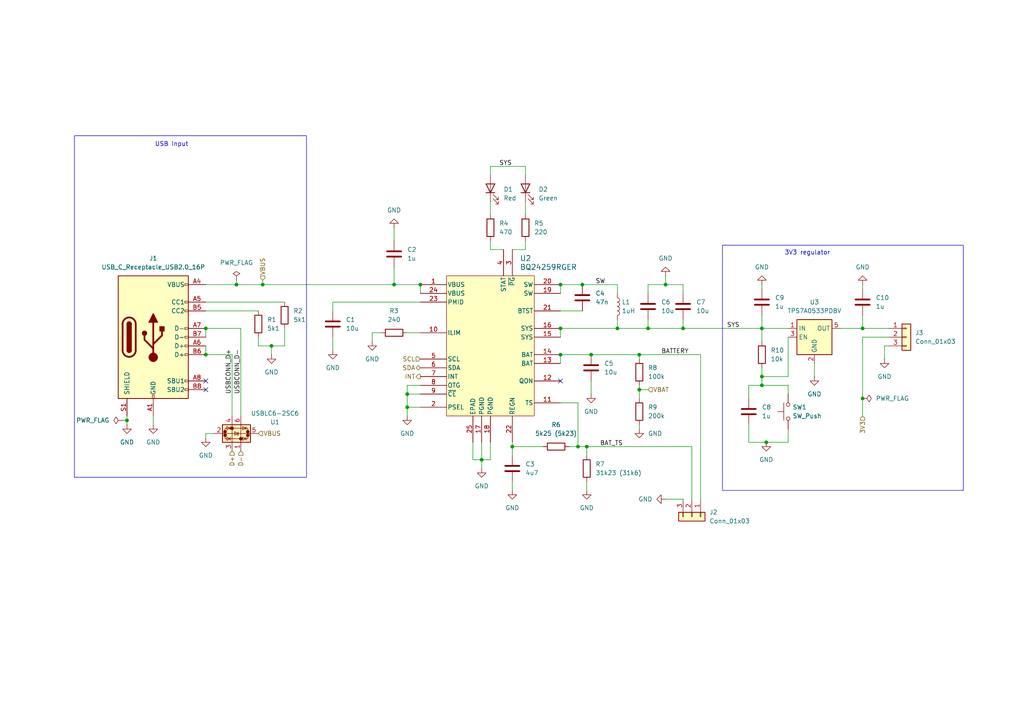
<source format=kicad_sch>
(kicad_sch (version 20250114) (generator "eeschema") (generator_version "9.0")
  (paper "A4")
  (title_block (title "Power subsystem") (comment 1 "USB connector, ESD protection, battery management, 3V3 regulator"))
  (lib_symbols
    (symbol "Connector:USB_C_Receptacle_USB2.0_16P" (pin_names (offset 1.016))
      (property "Reference" "J" (at 0 22.225 0))
      (property "Value" "USB_C_Receptacle_USB2.0_16P" (at 0 19.685 0))
      (symbol "USB_C_Receptacle_USB2.0_16P_0_0"
        (rectangle (start -0.254 -17.78) (end 0.254 -16.764))
        (rectangle (start 10.16 15.494) (end 9.144 14.986))
        (rectangle (start 10.16 10.414) (end 9.144 9.906))
        (rectangle (start 10.16 7.874) (end 9.144 7.366))
        (rectangle (start 10.16 2.794) (end 9.144 2.286))
        (rectangle (start 10.16 0.254) (end 9.144 -0.254))
        (rectangle (start 10.16 -2.286) (end 9.144 -2.794))
        (rectangle (start 10.16 -4.826) (end 9.144 -5.334))
        (rectangle (start 10.16 -12.446) (end 9.144 -12.954))
        (rectangle (start 10.16 -14.986) (end 9.144 -15.494))
      )
      (symbol "USB_C_Receptacle_USB2.0_16P_0_1"
        (rectangle (start -10.16 17.78) (end 10.16 -17.78) (stroke (width 0.254)) (fill (type background)))
        (polyline (pts (xy -8.89 -3.81) (xy -8.89 3.81)) (stroke (width 0.508)))
        (rectangle (start -7.62 -3.81) (end -6.35 3.81) (stroke (width 0.254)) (fill (type outline)))
        (arc (start -7.62 3.81) (mid -6.985 4.4423) (end -6.35 3.81) (stroke (width 0.254)))
        (arc (start -7.62 3.81) (mid -6.985 4.4423) (end -6.35 3.81) (stroke (width 0.254)) (fill (type outline)))
        (arc (start -8.89 3.81) (mid -6.985 5.7067) (end -5.08 3.81) (stroke (width 0.508)))
        (arc (start -5.08 -3.81) (mid -6.985 -5.7067) (end -8.89 -3.81) (stroke (width 0.508)))
        (arc (start -6.35 -3.81) (mid -6.985 -4.4423) (end -7.62 -3.81) (stroke (width 0.254)))
        (arc (start -6.35 -3.81) (mid -6.985 -4.4423) (end -7.62 -3.81) (stroke (width 0.254)) (fill (type outline)))
        (polyline (pts (xy -5.08 3.81) (xy -5.08 -3.81)) (stroke (width 0.508)))
        (circle (center -2.54 1.143) (radius 0.635) (stroke (width 0.254)) (fill (type outline)))
        (polyline (pts (xy -1.27 4.318) (xy 0 6.858) (xy 1.27 4.318) (xy -1.27 4.318)) (stroke (width 0.254)) (fill (type outline)))
        (polyline (pts (xy 0 -2.032) (xy 2.54 0.508) (xy 2.54 1.778)) (stroke (width 0.508)))
        (polyline (pts (xy 0 -3.302) (xy -2.54 -0.762) (xy -2.54 0.508)) (stroke (width 0.508)))
        (polyline (pts (xy 0 -5.842) (xy 0 4.318)) (stroke (width 0.508)))
        (circle (center 0 -5.842) (radius 1.27) (fill (type outline)))
        (rectangle (start 1.905 1.778) (end 3.175 3.048) (stroke (width 0.254)) (fill (type outline)))
      )
      (symbol "USB_C_Receptacle_USB2.0_16P_1_1"
        (pin passive line (at -7.62 -22.86 90) (length 5.08) (name "SHIELD") (number "S1"))
        (pin passive line (at 0 -22.86 90) (length 5.08) (name "GND") (number "A1"))
        (pin passive line (at 0 -22.86 90) (length 5.08) (hide yes) (name "GND") (number "A12"))
        (pin passive line (at 0 -22.86 90) (length 5.08) (hide yes) (name "GND") (number "B1"))
        (pin passive line (at 0 -22.86 90) (length 5.08) (hide yes) (name "GND") (number "B12"))
        (pin passive line (at 15.24 15.24 180) (length 5.08) (name "VBUS") (number "A4"))
        (pin passive line (at 15.24 15.24 180) (length 5.08) (hide yes) (name "VBUS") (number "A9"))
        (pin passive line (at 15.24 15.24 180) (length 5.08) (hide yes) (name "VBUS") (number "B4"))
        (pin passive line (at 15.24 15.24 180) (length 5.08) (hide yes) (name "VBUS") (number "B9"))
        (pin bidirectional line (at 15.24 10.16 180) (length 5.08) (name "CC1") (number "A5"))
        (pin bidirectional line (at 15.24 7.62 180) (length 5.08) (name "CC2") (number "B5"))
        (pin bidirectional line (at 15.24 2.54 180) (length 5.08) (name "D-") (number "A7"))
        (pin bidirectional line (at 15.24 0 180) (length 5.08) (name "D-") (number "B7"))
        (pin bidirectional line (at 15.24 -2.54 180) (length 5.08) (name "D+") (number "A6"))
        (pin bidirectional line (at 15.24 -5.08 180) (length 5.08) (name "D+") (number "B6"))
        (pin bidirectional line (at 15.24 -12.7 180) (length 5.08) (name "SBU1") (number "A8"))
        (pin bidirectional line (at 15.24 -15.24 180) (length 5.08) (name "SBU2") (number "B8"))
      )
    )
    (symbol "Connector_Generic:Conn_01x03" (pin_names (offset 1.016) (hide yes))
      (property "Reference" "J" (at 0 5.08 0))
      (property "Value" "Conn_01x03" (at 0 -5.08 0))
      (symbol "Conn_01x03_1_1"
        (rectangle (start -1.27 3.81) (end 1.27 -3.81) (stroke (width 0.254)) (fill (type background)))
        (rectangle (start -1.27 2.667) (end 0 2.413) (stroke (width 0.1524)))
        (rectangle (start -1.27 0.127) (end 0 -0.127) (stroke (width 0.1524)))
        (rectangle (start -1.27 -2.413) (end 0 -2.667) (stroke (width 0.1524)))
        (pin passive line (at -5.08 2.54 0) (length 3.81) (name "Pin_1") (number "1"))
        (pin passive line (at -5.08 0 0) (length 3.81) (name "Pin_2") (number "2"))
        (pin passive line (at -5.08 -2.54 0) (length 3.81) (name "Pin_3") (number "3"))
      )
    )
    (symbol "Device:C" (pin_numbers (hide yes)) (pin_names (offset 0.254))
      (property "Reference" "C" (at 0.635 2.54 0))
      (property "Value" "C" (at 0.635 -2.54 0))
      (symbol "C_0_1"
        (polyline (pts (xy -2.032 0.762) (xy 2.032 0.762)) (stroke (width 0.508)))
        (polyline (pts (xy -2.032 -0.762) (xy 2.032 -0.762)) (stroke (width 0.508)))
      )
      (symbol "C_1_1"
        (pin passive line (at 0 3.81 270) (length 2.794) (name "~") (number "1"))
        (pin passive line (at 0 -3.81 90) (length 2.794) (name "~") (number "2"))
      )
    )
    (symbol "Device:L" (pin_numbers (hide yes)) (pin_names (offset 1.016) (hide yes))
      (property "Reference" "L" (at -1.27 0 90))
      (property "Value" "L" (at 1.905 0 90))
      (symbol "L_0_1"
        (arc (start 0 2.54) (mid 0.6323 1.905) (end 0 1.27))
        (arc (start 0 1.27) (mid 0.6323 0.635) (end 0 0))
        (arc (start 0 0) (mid 0.6323 -0.635) (end 0 -1.27))
        (arc (start 0 -1.27) (mid 0.6323 -1.905) (end 0 -2.54))
      )
      (symbol "L_1_1"
        (pin passive line (at 0 3.81 270) (length 1.27) (name "1") (number "1"))
        (pin passive line (at 0 -3.81 90) (length 1.27) (name "2") (number "2"))
      )
    )
    (symbol "Device:LED" (pin_numbers (hide yes)) (pin_names (offset 1.016) (hide yes))
      (property "Reference" "D" (at 0 2.54 0))
      (property "Value" "LED" (at 0 -2.54 0))
      (symbol "LED_0_1"
        (polyline (pts (xy -3.048 -0.762) (xy -4.572 -2.286) (xy -3.81 -2.286) (xy -4.572 -2.286) (xy -4.572 -1.524)))
        (polyline (pts (xy -1.778 -0.762) (xy -3.302 -2.286) (xy -2.54 -2.286) (xy -3.302 -2.286) (xy -3.302 -1.524)))
        (polyline (pts (xy -1.27 0) (xy 1.27 0)))
        (polyline (pts (xy -1.27 -1.27) (xy -1.27 1.27)) (stroke (width 0.254)))
        (polyline (pts (xy 1.27 -1.27) (xy 1.27 1.27) (xy -1.27 0) (xy 1.27 -1.27)) (stroke (width 0.254)))
      )
      (symbol "LED_1_1"
        (pin passive line (at -3.81 0 0) (length 2.54) (name "K") (number "1"))
        (pin passive line (at 3.81 0 180) (length 2.54) (name "A") (number "2"))
      )
    )
    (symbol "Device:R" (pin_numbers (hide yes)) (pin_names (offset 0))
      (property "Reference" "R" (at 2.032 0 90))
      (property "Value" "R" (at 0 0 90))
      (symbol "R_0_1"
        (rectangle (start -1.016 -2.54) (end 1.016 2.54) (stroke (width 0.254)))
      )
      (symbol "R_1_1"
        (pin passive line (at 0 3.81 270) (length 1.27) (name "~") (number "1"))
        (pin passive line (at 0 -3.81 90) (length 1.27) (name "~") (number "2"))
      )
    )
    (symbol "Power_Protection:USBLC6-2SC6" (pin_names (hide yes))
      (property "Reference" "U" (at 0.635 5.715 0))
      (property "Value" "USBLC6-2SC6" (at 0.635 3.81 0))
      (symbol "USBLC6-2SC6_0_0"
        (circle (center -1.524 0) (radius 0.0001) (stroke (width 0.508)))
        (circle (center -0.508 2.032) (radius 0.0001) (stroke (width 0.508)))
        (circle (center -0.508 -4.572) (radius 0.0001) (stroke (width 0.508)))
        (circle (center 0.508 2.032) (radius 0.0001) (stroke (width 0.508)))
        (circle (center 0.508 -4.572) (radius 0.0001) (stroke (width 0.508)))
        (circle (center 1.524 -2.54) (radius 0.0001) (stroke (width 0.508)))
      )
      (symbol "USBLC6-2SC6_0_1"
        (polyline (pts (xy -2.54 0) (xy 2.54 0)))
        (polyline (pts (xy -2.54 -2.54) (xy 2.54 -2.54)))
        (polyline (pts (xy -2.032 0.508) (xy -1.016 0.508) (xy -1.524 1.524) (xy -2.032 0.508)))
        (polyline (pts (xy -2.032 -3.048) (xy -1.016 -3.048)))
        (polyline (pts (xy -1.016 1.524) (xy -2.032 1.524)))
        (polyline (pts (xy -1.016 -4.064) (xy -2.032 -4.064) (xy -1.524 -3.048) (xy -1.016 -4.064)))
        (polyline (pts (xy -0.508 -1.143) (xy -0.508 -0.762) (xy 0.508 -0.762)))
        (polyline (pts (xy 0 2.54) (xy -0.508 2.032) (xy 0.508 2.032) (xy 0 1.524) (xy 0 -4.064) (xy -0.508 -4.572) (xy 0.508 -4.572) (xy 0 -5.08)))
        (polyline (pts (xy 0.508 -1.778) (xy -0.508 -1.778) (xy 0 -0.762) (xy 0.508 -1.778)))
        (polyline (pts (xy 1.016 1.524) (xy 2.032 1.524)))
        (polyline (pts (xy 1.016 -3.048) (xy 2.032 -3.048)))
        (polyline (pts (xy 2.032 0.508) (xy 1.016 0.508) (xy 1.524 1.524) (xy 2.032 0.508)))
        (polyline (pts (xy 2.032 -4.064) (xy 1.016 -4.064) (xy 1.524 -3.048) (xy 2.032 -4.064)))
      )
      (symbol "USBLC6-2SC6_1_1"
        (rectangle (start -2.54 2.794) (end 2.54 -5.334) (stroke (width 0.254)) (fill (type background)))
        (polyline (pts (xy -0.508 2.032) (xy -1.524 2.032) (xy -1.524 -4.572) (xy -0.508 -4.572)))
        (polyline (pts (xy 0.508 -4.572) (xy 1.524 -4.572) (xy 1.524 2.032) (xy 0.508 2.032)))
        (pin passive line (at -5.08 0 0) (length 2.54) (name "I/O1") (number "1"))
        (pin passive line (at -5.08 -2.54 0) (length 2.54) (name "I/O2") (number "3"))
        (pin passive line (at 0 5.08 270) (length 2.54) (name "VBUS") (number "5"))
        (pin passive line (at 0 -7.62 90) (length 2.54) (name "GND") (number "2"))
        (pin passive line (at 5.08 0 180) (length 2.54) (name "I/O1") (number "6"))
        (pin passive line (at 5.08 -2.54 180) (length 2.54) (name "I/O2") (number "4"))
      )
    )
    (symbol "Project_Symbols:BQ24259RGER" (pin_names (offset 0.254))
      (property "Reference" "U" (at 20.32 -10.16 0))
      (property "Value" "BQ24259RGER" (at 20.32 -12.7 0))
      (symbol "BQ24259RGER_0_1"
        (pin power_in line (at 0 2.54 0) (length 7.62) (name "VBUS") (number "1"))
        (pin power_in line (at 0 0 0) (length 7.62) (name "VBUS") (number "24"))
        (pin output line (at 0 -2.54 0) (length 7.62) (name "PMID") (number "23"))
        (pin input line (at 0 -11.43 0) (length 7.62) (name "ILIM") (number "10"))
        (pin input line (at 0 -19.05 0) (length 7.62) (name "SCL") (number "5"))
        (pin bidirectional line (at 0 -21.59 0) (length 7.62) (name "SDA") (number "6"))
        (pin output line (at 0 -24.13 0) (length 7.62) (name "INT") (number "7"))
        (pin input line (at 0 -26.67 0) (length 7.62) (name "OTG") (number "8"))
        (pin input line (at 0 -33.02 0) (length 7.62) (name "PSEL") (number "2"))
        (pin power_in line (at 17.78 -43.18 90) (length 7.62) (name "PGND") (number "17"))
        (pin power_in line (at 20.32 -43.18 90) (length 7.62) (name "PGND") (number "18"))
        (pin input line (at 40.64 -25.4 180) (length 7.62) (name "QON") (number "12"))
        (pin input line (at 40.64 -31.75 180) (length 7.62) (name "TS") (number "11"))
      )
      (symbol "BQ24259RGER_1_1"
        (rectangle (start 7.62 5.08) (end 33.02 -35.56) (fill (type background)))
        (pin input line (at 0 -29.21 0) (length 7.62) (name "~{CE}") (number "9"))
        (pin passive line (at 15.24 -43.18 90) (length 7.62) (name "EPAD") (number "25"))
        (pin open_collector line (at 24.13 12.7 270) (length 7.62) (name "STAT") (number "4"))
        (pin open_collector line (at 26.67 12.7 270) (length 7.62) (name "~{PG}") (number "3"))
        (pin output line (at 26.67 -43.18 90) (length 7.62) (name "REGN") (number "22"))
        (pin power_out line (at 40.64 2.54 180) (length 7.62) (name "SW") (number "20"))
        (pin power_out line (at 40.64 0 180) (length 7.62) (name "SW") (number "19"))
        (pin input line (at 40.64 -5.08 180) (length 7.62) (name "BTST") (number "21"))
        (pin power_out line (at 40.64 -10.16 180) (length 7.62) (name "SYS") (number "16"))
        (pin power_out line (at 40.64 -12.7 180) (length 7.62) (name "SYS") (number "15"))
        (pin power_out line (at 40.64 -17.78 180) (length 7.62) (name "BAT") (number "14"))
        (pin power_out line (at 40.64 -20.32 180) (length 7.62) (name "BAT") (number "13"))
      )
    )
    (symbol "Regulator_Linear:TPS7A0533PDBV"
      (property "Reference" "U" (at -3.81 6.35 0))
      (property "Value" "TPS7A0533PDBV" (at 6.35 6.35 0))
      (symbol "TPS7A0533PDBV_0_1"
        (rectangle (start -5.08 -5.08) (end 5.08 5.08) (stroke (width 0.254)) (fill (type background)))
        (pin power_in line (at -7.62 2.54 0) (length 2.54) (name "IN") (number "1"))
        (pin input line (at -7.62 0 0) (length 2.54) (name "EN") (number "3"))
        (pin power_in line (at 0 -7.62 90) (length 2.54) (name "GND") (number "2"))
        (pin no_connect line (at 5.08 0 180) (length 2.54) (hide yes) (name "NC") (number "4"))
        (pin power_out line (at 7.62 2.54 180) (length 2.54) (name "OUT") (number "5"))
      )
    )
    (symbol "Switch:SW_Push" (pin_numbers (hide yes)) (pin_names (offset 1.016) (hide yes))
      (property "Reference" "SW" (at 1.27 2.54 0))
      (property "Value" "SW_Push" (at 0 -1.524 0))
      (symbol "SW_Push_0_1"
        (circle (center -2.032 0) (radius 0.508))
        (polyline (pts (xy 0 1.27) (xy 0 3.048)))
        (circle (center 2.032 0) (radius 0.508))
        (polyline (pts (xy 2.54 1.27) (xy -2.54 1.27)))
        (pin passive line (at -5.08 0 0) (length 2.54) (name "1") (number "1"))
        (pin passive line (at 5.08 0 180) (length 2.54) (name "2") (number "2"))
      )
    )
    (symbol "power:GND" (power) (pin_numbers (hide yes)) (pin_names (offset 0) (hide yes))
      (property "Value" "GND" (at 0 -3.81 0))
      (symbol "GND_0_1"
        (polyline (pts (xy 0 0) (xy 0 -1.27) (xy 1.27 -1.27) (xy 0 -2.54) (xy -1.27 -1.27) (xy 0 -1.27)))
      )
      (symbol "GND_1_1"
        (pin power_in line (at 0 0 270) (length 0) (name "~") (number "1"))
      )
    )
    (symbol "power:PWR_FLAG" (power) (pin_numbers (hide yes)) (pin_names (offset 0) (hide yes))
      (property "Value" "PWR_FLAG" (at 0 3.81 0))
      (symbol "PWR_FLAG_0_0"
        (pin power_out line (at 0 0 90) (length 0) (name "~") (number "1"))
      )
      (symbol "PWR_FLAG_0_1"
        (polyline (pts (xy 0 0) (xy 0 1.27) (xy -1.016 1.905) (xy 0 2.54) (xy 1.016 1.905) (xy 0 1.27)))
      )
    )
  )
  (rectangle (start 209.55 71.12) (end 279.4 142.24))
  (rectangle (start 21.59 39.37) (end 88.9 138.43))
  (text "3V3 regulator" (at 234.188 73.406 0) (effects (font (size 1.27 1.27))))
  (text "USB Input" (at 49.784 41.91 0) (effects (font (size 1.27 1.27))))
  (junction (at 179.07 95.25))
  (junction (at 162.56 102.87))
  (junction (at 185.42 102.87))
  (junction (at 220.98 109.22))
  (junction (at 171.45 102.87))
  (junction (at 170.18 129.54))
  (junction (at 76.2 82.55))
  (junction (at 250.19 115.57))
  (junction (at 250.19 95.25))
  (junction (at 59.69 102.87))
  (junction (at 198.12 95.25))
  (junction (at 59.69 95.25))
  (junction (at 222.25 128.27))
  (junction (at 118.11 114.3))
  (junction (at 68.58 82.55))
  (junction (at 220.98 95.25))
  (junction (at 148.59 129.54))
  (junction (at 121.92 82.55))
  (junction (at 118.11 118.11))
  (junction (at 168.91 82.55))
  (junction (at 36.83 121.92))
  (junction (at 193.04 82.55))
  (junction (at 162.56 82.55))
  (junction (at 114.3 82.55))
  (junction (at 167.64 129.54))
  (junction (at 220.98 111.76))
  (junction (at 187.96 95.25))
  (junction (at 78.74 100.33))
  (junction (at 139.7 133.35))
  (junction (at 185.42 113.03))
  (junction (at 162.56 95.25))
  (no_connect (at 59.69 110.49))
  (no_connect (at 59.69 113.03))
  (no_connect (at 162.56 110.49))
  (wire (pts (xy 243.84 95.25) (xy 250.19 95.25)))
  (wire (pts (xy 162.56 82.55) (xy 168.91 82.55)))
  (wire (pts (xy 162.56 95.25) (xy 162.56 97.79)))
  (wire (pts (xy 179.07 95.25) (xy 187.96 95.25)))
  (wire (pts (xy 220.98 95.25) (xy 220.98 99.06)))
  (wire (pts (xy 114.3 66.04) (xy 114.3 69.85)))
  (wire (pts (xy 162.56 82.55) (xy 162.56 85.09)))
  (wire (pts (xy 152.4 58.42) (xy 152.4 62.23)))
  (wire (pts (xy 162.56 95.25) (xy 179.07 95.25)))
  (wire (pts (xy 68.58 82.55) (xy 76.2 82.55)))
  (wire (pts (xy 193.04 144.78) (xy 198.12 144.78)))
  (wire (pts (xy 139.7 128.27) (xy 139.7 133.35)))
  (wire (pts (xy 198.12 95.25) (xy 220.98 95.25)))
  (wire (pts (xy 185.42 104.14) (xy 185.42 102.87)))
  (wire (pts (xy 250.19 95.25) (xy 250.19 91.44)))
  (wire (pts (xy 152.4 48.26) (xy 152.4 50.8)))
  (wire (pts (xy 107.95 99.06) (xy 107.95 96.52)))
  (wire (pts (xy 217.17 111.76) (xy 217.17 115.57)))
  (wire (pts (xy 187.96 82.55) (xy 193.04 82.55)))
  (wire (pts (xy 74.93 97.79) (xy 74.93 100.33)))
  (wire (pts (xy 96.52 97.79) (xy 96.52 101.6)))
  (wire (pts (xy 220.98 82.55) (xy 220.98 83.82)))
  (wire (pts (xy 185.42 111.76) (xy 185.42 113.03)))
  (wire (pts (xy 228.6 111.76) (xy 228.6 114.3)))
  (wire (pts (xy 142.24 128.27) (xy 142.24 133.35)))
  (wire (pts (xy 220.98 91.44) (xy 220.98 95.25)))
  (wire (pts (xy 142.24 133.35) (xy 139.7 133.35)))
  (wire (pts (xy 198.12 85.09) (xy 198.12 82.55)))
  (wire (pts (xy 96.52 87.63) (xy 121.92 87.63)))
  (wire (pts (xy 256.54 100.33) (xy 257.81 100.33)))
  (wire (pts (xy 148.59 129.54) (xy 157.48 129.54)))
  (wire (pts (xy 142.24 48.26) (xy 152.4 48.26)))
  (wire (pts (xy 152.4 69.85) (xy 152.4 72.39)))
  (wire (pts (xy 162.56 102.87) (xy 162.56 105.41)))
  (wire (pts (xy 187.96 92.71) (xy 187.96 95.25)))
  (wire (pts (xy 59.69 95.25) (xy 59.69 97.79)))
  (wire (pts (xy 148.59 129.54) (xy 148.59 132.08)))
  (wire (pts (xy 203.2 102.87) (xy 203.2 144.78)))
  (wire (pts (xy 118.11 111.76) (xy 118.11 114.3)))
  (wire (pts (xy 198.12 82.55) (xy 193.04 82.55)))
  (wire (pts (xy 114.3 77.47) (xy 114.3 82.55)))
  (wire (pts (xy 142.24 72.39) (xy 142.24 69.85)))
  (wire (pts (xy 59.69 100.33) (xy 59.69 102.87)))
  (wire (pts (xy 198.12 92.71) (xy 198.12 95.25)))
  (wire (pts (xy 59.69 102.87) (xy 67.31 102.87)))
  (wire (pts (xy 114.3 82.55) (xy 121.92 82.55)))
  (wire (pts (xy 220.98 111.76) (xy 217.17 111.76)))
  (wire (pts (xy 167.64 116.84) (xy 167.64 129.54)))
  (wire (pts (xy 170.18 129.54) (xy 200.66 129.54)))
  (wire (pts (xy 165.1 129.54) (xy 167.64 129.54)))
  (wire (pts (xy 78.74 100.33) (xy 82.55 100.33)))
  (wire (pts (xy 35.56 121.92) (xy 36.83 121.92)))
  (wire (pts (xy 171.45 102.87) (xy 185.42 102.87)))
  (wire (pts (xy 217.17 128.27) (xy 222.25 128.27)))
  (wire (pts (xy 257.81 95.25) (xy 250.19 95.25)))
  (wire (pts (xy 236.22 105.41) (xy 236.22 109.22)))
  (wire (pts (xy 74.93 100.33) (xy 78.74 100.33)))
  (wire (pts (xy 36.83 120.65) (xy 36.83 121.92)))
  (wire (pts (xy 170.18 132.08) (xy 170.18 129.54)))
  (wire (pts (xy 168.91 82.55) (xy 179.07 82.55)))
  (wire (pts (xy 96.52 90.17) (xy 96.52 87.63)))
  (wire (pts (xy 200.66 129.54) (xy 200.66 144.78)))
  (wire (pts (xy 217.17 123.19) (xy 217.17 128.27)))
  (wire (pts (xy 146.05 72.39) (xy 142.24 72.39)))
  (wire (pts (xy 148.59 128.27) (xy 148.59 129.54)))
  (wire (pts (xy 185.42 124.46) (xy 185.42 123.19)))
  (wire (pts (xy 69.85 95.25) (xy 69.85 120.65)))
  (wire (pts (xy 59.69 127) (xy 59.69 125.73)))
  (wire (pts (xy 152.4 72.39) (xy 148.59 72.39)))
  (wire (pts (xy 187.96 85.09) (xy 187.96 82.55)))
  (wire (pts (xy 167.64 129.54) (xy 170.18 129.54)))
  (wire (pts (xy 250.19 115.57) (xy 250.19 97.79)))
  (wire (pts (xy 193.04 80.01) (xy 193.04 82.55)))
  (wire (pts (xy 148.59 139.7) (xy 148.59 142.24)))
  (wire (pts (xy 76.2 81.28) (xy 76.2 82.55)))
  (wire (pts (xy 179.07 95.25) (xy 179.07 92.71)))
  (wire (pts (xy 142.24 50.8) (xy 142.24 48.26)))
  (wire (pts (xy 187.96 95.25) (xy 198.12 95.25)))
  (wire (pts (xy 137.16 133.35) (xy 139.7 133.35)))
  (wire (pts (xy 142.24 58.42) (xy 142.24 62.23)))
  (wire (pts (xy 250.19 82.55) (xy 250.19 83.82)))
  (wire (pts (xy 162.56 102.87) (xy 171.45 102.87)))
  (wire (pts (xy 59.69 90.17) (xy 74.93 90.17)))
  (wire (pts (xy 67.31 102.87) (xy 67.31 120.65)))
  (wire (pts (xy 139.7 133.35) (xy 139.7 135.89)))
  (wire (pts (xy 118.11 118.11) (xy 121.92 118.11)))
  (wire (pts (xy 59.69 125.73) (xy 62.23 125.73)))
  (wire (pts (xy 220.98 109.22) (xy 228.6 109.22)))
  (wire (pts (xy 250.19 120.65) (xy 250.19 115.57)))
  (wire (pts (xy 78.74 102.87) (xy 78.74 100.33)))
  (wire (pts (xy 179.07 85.09) (xy 179.07 82.55)))
  (wire (pts (xy 228.6 109.22) (xy 228.6 97.79)))
  (wire (pts (xy 121.92 111.76) (xy 118.11 111.76)))
  (wire (pts (xy 162.56 116.84) (xy 167.64 116.84)))
  (wire (pts (xy 162.56 90.17) (xy 168.91 90.17)))
  (wire (pts (xy 36.83 121.92) (xy 36.83 123.19)))
  (wire (pts (xy 118.11 96.52) (xy 121.92 96.52)))
  (wire (pts (xy 118.11 114.3) (xy 118.11 118.11)))
  (wire (pts (xy 121.92 114.3) (xy 118.11 114.3)))
  (wire (pts (xy 220.98 106.68) (xy 220.98 109.22)))
  (wire (pts (xy 76.2 82.55) (xy 114.3 82.55)))
  (wire (pts (xy 44.45 120.65) (xy 44.45 123.19)))
  (wire (pts (xy 68.58 81.28) (xy 68.58 82.55)))
  (wire (pts (xy 220.98 111.76) (xy 228.6 111.76)))
  (wire (pts (xy 137.16 133.35) (xy 137.16 128.27)))
  (wire (pts (xy 185.42 102.87) (xy 203.2 102.87)))
  (wire (pts (xy 220.98 109.22) (xy 220.98 111.76)))
  (wire (pts (xy 185.42 113.03) (xy 185.42 115.57)))
  (wire (pts (xy 228.6 124.46) (xy 228.6 128.27)))
  (wire (pts (xy 171.45 110.49) (xy 171.45 114.3)))
  (wire (pts (xy 82.55 100.33) (xy 82.55 95.25)))
  (wire (pts (xy 256.54 104.14) (xy 256.54 100.33)))
  (wire (pts (xy 170.18 139.7) (xy 170.18 142.24)))
  (wire (pts (xy 59.69 87.63) (xy 82.55 87.63)))
  (wire (pts (xy 220.98 95.25) (xy 228.6 95.25)))
  (wire (pts (xy 59.69 82.55) (xy 68.58 82.55)))
  (wire (pts (xy 185.42 113.03) (xy 187.96 113.03)))
  (wire (pts (xy 59.69 95.25) (xy 69.85 95.25)))
  (wire (pts (xy 250.19 97.79) (xy 257.81 97.79)))
  (wire (pts (xy 107.95 96.52) (xy 110.49 96.52)))
  (wire (pts (xy 121.92 82.55) (xy 121.92 85.09)))
  (wire (pts (xy 228.6 128.27) (xy 222.25 128.27)))
  (wire (pts (xy 118.11 120.65) (xy 118.11 118.11)))
  (label "BAT_TS" (at 173.99 129.54 0))
  (label "USBCONN_D-" (at 69.85 114.3 90))
  (label "SW" (at 172.72 82.55 0))
  (label "USBCONN_D+" (at 67.31 114.3 90))
  (label "SYS" (at 210.82 95.25 0))
  (label "BATTERY" (at 191.77 102.87 0))
  (label "SYS" (at 144.78 48.26 0))
  (hierarchical_label "VBUS" (shape input) (at 76.2 81.28 90))
  (hierarchical_label "SCL" (shape input) (at 121.92 104.14 180))
  (hierarchical_label "SDA" (shape bidirectional) (at 121.92 106.68 180))
  (hierarchical_label "INT" (shape output) (at 121.92 109.22 180))
  (hierarchical_label "VBUS" (shape input) (at 74.93 125.73 0))
  (hierarchical_label "VBAT" (shape input) (at 187.96 113.03 0))
  (hierarchical_label "D+" (shape input) (at 67.31 130.81 270))
  (hierarchical_label "D-" (shape input) (at 69.85 130.81 270))
  (hierarchical_label "3V3" (shape input) (at 250.19 120.65 270))
  (symbol (lib_id "Device:R") (at 220.98 102.87 0) (unit 1)
    (property "Reference" "R10" (at 223.52 101.5999 0) (effects (justify left)))
    (property "Value" "10k" (at 223.52 104.1399 0) (effects (justify left)))
    (property "Footprint" "Resistor_SMD:R_0402_1005Metric" (effects (hide yes)))
    (property "Description" "Resistor" (effects (hide yes)))
    (property "JLCPCB" "C25744" (effects (hide yes)))
  )
  (symbol (lib_id "Regulator_Linear:TPS7A0533PDBV") (at 236.22 97.79 0) (unit 1)
    (property "Reference" "U3" (at 236.22 87.63 0))
    (property "Value" "TPS7A0533PDBV" (at 236.22 90.17 0))
    (property "Footprint" "Package_TO_SOT_SMD:SOT-23-5" (effects (hide yes)))
    (property "Datasheet" "https://www.ti.com/lit/ds/symlink/tps7a05.pdf" (effects (hide yes)))
    (property "Description" "200-mA Ultra-Low-Iq LDO, 3.3V, SOT-23-5" (effects (hide yes)))
    (property "JLCPCB" "C2862740" (effects (hide yes)))
  )
  (symbol (lib_id "power:PWR_FLAG") (at 250.19 115.57 270) (unit 1)
    (property "Reference" "#FLG3" (effects (hide yes)))
    (property "Value" "PWR_FLAG" (at 254 115.5701 90) (effects (justify left)))
    (property "Description" "Special symbol for telling ERC where power comes from" (effects (hide yes)))
  )
  (symbol (lib_id "Device:C") (at 171.45 106.68 0) (unit 1)
    (property "Reference" "C5" (at 175.26 105.4099 0) (effects (justify left)))
    (property "Value" "10u" (at 175.26 107.9499 0) (effects (justify left)))
    (property "Footprint" "Capacitor_SMD:C_0603_1608Metric" (effects (hide yes)))
    (property "Description" "Unpolarized capacitor" (effects (hide yes)))
    (property "JLCPCB" "C19702" (effects (hide yes)))
  )
  (symbol (lib_id "Device:L") (at 179.07 88.9 0) (unit 1)
    (property "Reference" "L1" (at 180.34 87.6299 0) (effects (justify left)))
    (property "Value" "1uH" (at 180.34 90.1699 0) (effects (justify left)))
    (property "Footprint" "Inductor_SMD:L_Murata_DFE201610P" (effects (hide yes)))
    (property "Description" "Inductor" (effects (hide yes)))
    (property "JLCPCB" "C161082" (effects (hide yes)))
  )
  (symbol (lib_id "power:PWR_FLAG") (at 35.56 121.92 90) (unit 1)
    (property "Reference" "#FLG1" (effects (hide yes)))
    (property "Value" "PWR_FLAG" (at 31.75 121.9199 90) (effects (justify left)))
    (property "Description" "Special symbol for telling ERC where power comes from" (effects (hide yes)))
  )
  (symbol (lib_id "Device:C") (at 148.59 135.89 0) (unit 1)
    (property "Reference" "C3" (at 152.4 134.6199 0) (effects (justify left)))
    (property "Value" "4u7" (at 152.4 137.1599 0) (effects (justify left)))
    (property "Footprint" "Capacitor_SMD:C_0402_1005Metric" (effects (hide yes)))
    (property "Description" "Unpolarized capacitor" (effects (hide yes)))
    (property "JLCPCB" "C23733" (effects (hide yes)))
  )
  (symbol (lib_id "power:GND") (at 59.69 127 0) (unit 1)
    (property "Reference" "#PWR3" (effects (hide yes)))
    (property "Value" "GND" (at 59.69 132.08 0))
    (property "Description" "Power symbol creates a global label with name \"GND\" , ground" (effects (hide yes)))
  )
  (symbol (lib_id "power:GND") (at 250.19 82.55 180) (unit 1)
    (property "Reference" "#PWR19" (effects (hide yes)))
    (property "Value" "GND" (at 250.19 77.47 0))
    (property "Description" "Power symbol creates a global label with name \"GND\" , ground" (effects (hide yes)))
  )
  (symbol (lib_id "Connector:USB_C_Receptacle_USB2.0_16P") (at 44.45 97.79 0) (unit 1)
    (property "Reference" "J1" (at 44.45 74.93 0))
    (property "Value" "USB_C_Receptacle_USB2.0_16P" (at 44.45 77.47 0))
    (property "Footprint" "Connector_USB:USB_C_Receptacle_GCT_USB4105-xx-A_16P_TopMnt_Horizontal" (effects (hide yes)))
    (property "Datasheet" "https://www.usb.org/sites/default/files/documents/usb_type-c.zip" (effects (hide yes)))
    (property "Description" "USB 2.0-only 16P Type-C Receptacle connector" (effects (hide yes)))
    (property "JLCPCB" "C165948" (effects (hide yes)))
  )
  (symbol (lib_id "power:GND") (at 139.7 135.89 0) (unit 1)
    (property "Reference" "#PWR9" (effects (hide yes)))
    (property "Value" "GND" (at 139.7 140.97 0))
    (property "Description" "Power symbol creates a global label with name \"GND\" , ground" (effects (hide yes)))
  )
  (symbol (lib_id "power:GND") (at 118.11 120.65 0) (unit 1)
    (property "Reference" "#PWR8" (effects (hide yes)))
    (property "Value" "GND" (at 118.11 125.73 0))
    (property "Description" "Power symbol creates a global label with name \"GND\" , ground" (effects (hide yes)))
  )
  (symbol (lib_id "power:GND") (at 107.95 99.06 0) (unit 1)
    (property "Reference" "#PWR6" (effects (hide yes)))
    (property "Value" "GND" (at 107.95 104.14 0))
    (property "Description" "Power symbol creates a global label with name \"GND\" , ground" (effects (hide yes)))
  )
  (symbol (lib_id "Device:R") (at 185.42 119.38 0) (unit 1)
    (property "Reference" "R9" (at 187.96 118.1099 0) (effects (justify left)))
    (property "Value" "200k" (at 187.96 120.6499 0) (effects (justify left)))
    (property "Footprint" "Resistor_SMD:R_0402_1005Metric" (effects (hide yes)))
    (property "Description" "Resistor" (effects (hide yes)))
    (property "JLCPCB" "C25764" (effects (hide yes)))
  )
  (symbol (lib_id "Power_Protection:USBLC6-2SC6") (at 69.85 125.73 270) (mirror x) (unit 1)
    (property "Reference" "U1" (at 79.756 122.428 90))
    (property "Value" "USBLC6-2SC6" (at 79.756 119.888 90))
    (property "Footprint" "Package_TO_SOT_SMD:SOT-23-6" (effects (hide yes)))
    (property "Datasheet" "https://www.st.com/resource/en/datasheet/usblc6-2.pdf" (effects (hide yes)))
    (property "Description" "Very low capacitance ESD protection diode, 2 data-line, SOT-23-6" (effects (hide yes)))
    (property "JLCPCB" "C7519" (effects (hide yes)))
  )
  (symbol (lib_id "Device:C") (at 250.19 87.63 0) (unit 1)
    (property "Reference" "C10" (at 254 86.3599 0) (effects (justify left)))
    (property "Value" "1u" (at 254 88.8999 0) (effects (justify left)))
    (property "Footprint" "Capacitor_SMD:C_0402_1005Metric" (effects (hide yes)))
    (property "Description" "Unpolarized capacitor" (effects (hide yes)))
    (property "JLCPCB" "C52923" (effects (hide yes)))
  )
  (symbol (lib_id "power:GND") (at 44.45 123.19 0) (unit 1)
    (property "Reference" "#PWR2" (effects (hide yes)))
    (property "Value" "GND" (at 44.45 128.27 0))
    (property "Description" "Power symbol creates a global label with name \"GND\" , ground" (effects (hide yes)))
  )
  (symbol (lib_id "Connector_Generic:Conn_01x03") (at 200.66 149.86 270) (unit 1)
    (property "Reference" "J2" (at 205.74 148.5899 90) (effects (justify left)))
    (property "Value" "Conn_01x03" (at 205.74 151.1299 90) (effects (justify left)))
    (property "Footprint" "Connector_JST:JST_PH_S3B-PH-SM4-TB_1x03-1MP_P2.00mm_Horizontal" (effects (hide yes)))
    (property "Description" "Generic connector, single row, 01x03, script generated (kicad-library-utils/schlib/autogen/connector/)" (effects (hide yes)))
  )
  (symbol (lib_id "Device:C") (at 198.12 88.9 0) (unit 1)
    (property "Reference" "C7" (at 201.93 87.6299 0) (effects (justify left)))
    (property "Value" "10u" (at 201.93 90.1699 0) (effects (justify left)))
    (property "Footprint" "Capacitor_SMD:C_0603_1608Metric" (effects (hide yes)))
    (property "Description" "Unpolarized capacitor" (effects (hide yes)))
    (property "JLCPCB" "C19702" (effects (hide yes)))
  )
  (symbol (lib_id "power:PWR_FLAG") (at 68.58 81.28 0) (unit 1)
    (property "Reference" "#FLG2" (effects (hide yes)))
    (property "Value" "PWR_FLAG" (at 68.58 76.2 0))
    (property "Description" "Special symbol for telling ERC where power comes from" (effects (hide yes)))
  )
  (symbol (lib_id "Switch:SW_Push") (at 228.6 119.38 90) (unit 1)
    (property "Reference" "SW1" (at 229.87 118.1099 90) (effects (justify right)))
    (property "Value" "SW_Push" (at 229.87 120.6499 90) (effects (justify right)))
    (property "Footprint" "Button_Switch_SMD:SW_SPST_PTS810" (effects (hide yes)))
    (property "Description" "Push button switch, generic, two pins" (effects (hide yes)))
    (property "Function" "3V3 LDO reset" (effects (hide yes)))
  )
  (symbol (lib_id "power:GND") (at 185.42 124.46 0) (unit 1)
    (property "Reference" "#PWR13" (effects (hide yes)))
    (property "Value" "GND" (at 187.96 125.7299 0) (effects (justify left)))
    (property "Description" "Power symbol creates a global label with name \"GND\" , ground" (effects (hide yes)))
  )
  (symbol (lib_id "power:GND") (at 78.74 102.87 0) (unit 1)
    (property "Reference" "#PWR4" (effects (hide yes)))
    (property "Value" "GND" (at 78.74 107.95 0))
    (property "Description" "Power symbol creates a global label with name \"GND\" , ground" (effects (hide yes)))
  )
  (symbol (lib_id "Device:C") (at 168.91 86.36 0) (unit 1)
    (property "Reference" "C4" (at 172.72 85.0899 0) (effects (justify left)))
    (property "Value" "47n" (at 172.72 87.6299 0) (effects (justify left)))
    (property "Footprint" "Capacitor_SMD:C_0402_1005Metric" (effects (hide yes)))
    (property "Description" "Unpolarized capacitor" (effects (hide yes)))
    (property "JLCPCB" "C384812" (effects (hide yes)))
  )
  (symbol (lib_id "power:GND") (at 96.52 101.6 0) (unit 1)
    (property "Reference" "#PWR5" (effects (hide yes)))
    (property "Value" "GND" (at 96.52 106.68 0))
    (property "Description" "Power symbol creates a global label with name \"GND\" , ground" (effects (hide yes)))
  )
  (symbol (lib_id "Project_Symbols:BQ24259RGER") (at 121.92 85.09 0) (unit 1)
    (property "Reference" "U2" (at 150.7841 74.93 0) (effects (font (size 1.524 1.524)) (justify left)))
    (property "Value" "BQ24259RGER" (at 150.7841 77.47 0) (effects (font (size 1.524 1.524)) (justify left)))
    (property "Footprint" "Project_Footprints:RGE24_2P7X2P7_TEX" (effects (hide yes)))
    (property "Datasheet" "https://www.ti.com/lit/ds/symlink/bq24259.pdf" (effects (hide yes)))
    (property "Description" "BQ24259 I2C Controlled 2A Single Cell USB Charger With Narrow VDC\nPower Path Management and Adjustable Voltage USB OTG" (effects (hide yes)))
    (property "JLCPCB" "C473366" (effects (hide yes)))
  )
  (symbol (lib_id "Device:LED") (at 152.4 54.61 90) (unit 1)
    (property "Reference" "D2" (at 156.21 54.9274 90) (effects (justify right)))
    (property "Value" "Green" (at 156.21 57.4674 90) (effects (justify right)))
    (property "Footprint" "LED_SMD:LED_0805_2012Metric" (effects (hide yes)))
    (property "Description" "Light emitting diode" (effects (hide yes)))
    (property "JLCPCB" "C72043" (effects (hide yes)))
  )
  (symbol (lib_id "power:GND") (at 222.25 128.27 0) (unit 1)
    (property "Reference" "#PWR17" (effects (hide yes)))
    (property "Value" "GND" (at 222.25 133.35 0))
    (property "Description" "Power symbol creates a global label with name \"GND\" , ground" (effects (hide yes)))
  )
  (symbol (lib_id "Device:R") (at 185.42 107.95 0) (unit 1)
    (property "Reference" "R8" (at 187.96 106.6799 0) (effects (justify left)))
    (property "Value" "100k" (at 187.96 109.2199 0) (effects (justify left)))
    (property "Footprint" "Resistor_SMD:R_0402_1005Metric" (effects (hide yes)))
    (property "Description" "Resistor" (effects (hide yes)))
    (property "JLCPCB" "C25741" (effects (hide yes)))
  )
  (symbol (lib_id "Device:R") (at 74.93 93.98 180) (unit 1)
    (property "Reference" "R1" (at 77.47 92.7099 0) (effects (justify right)))
    (property "Value" "5k1" (at 77.47 95.2499 0) (effects (justify right)))
    (property "Footprint" "Resistor_SMD:R_0402_1005Metric" (effects (hide yes)))
    (property "Description" "Resistor" (effects (hide yes)))
    (property "JLCPCB" "C25905" (effects (hide yes)))
  )
  (symbol (lib_id "power:GND") (at 256.54 104.14 0) (unit 1)
    (property "Reference" "#PWR20" (effects (hide yes)))
    (property "Value" "GND" (at 256.54 109.22 0))
    (property "Description" "Power symbol creates a global label with name \"GND\" , ground" (effects (hide yes)))
  )
  (symbol (lib_id "power:GND") (at 36.83 123.19 0) (unit 1)
    (property "Reference" "#PWR1" (effects (hide yes)))
    (property "Value" "GND" (at 36.83 128.27 0))
    (property "Description" "Power symbol creates a global label with name \"GND\" , ground" (effects (hide yes)))
  )
  (symbol (lib_id "power:GND") (at 170.18 142.24 0) (unit 1)
    (property "Reference" "#PWR11" (effects (hide yes)))
    (property "Value" "GND" (at 170.18 147.32 0))
    (property "Description" "Power symbol creates a global label with name \"GND\" , ground" (effects (hide yes)))
  )
  (symbol (lib_id "power:GND") (at 193.04 144.78 270) (unit 1)
    (property "Reference" "#PWR15" (effects (hide yes)))
    (property "Value" "GND" (at 189.23 144.7799 90) (effects (justify right)))
    (property "Description" "Power symbol creates a global label with name \"GND\" , ground" (effects (hide yes)))
  )
  (symbol (lib_id "Device:R") (at 82.55 91.44 180) (unit 1)
    (property "Reference" "R2" (at 85.09 90.1699 0) (effects (justify right)))
    (property "Value" "5k1" (at 85.09 92.7099 0) (effects (justify right)))
    (property "Footprint" "Resistor_SMD:R_0402_1005Metric" (effects (hide yes)))
    (property "Description" "Resistor" (effects (hide yes)))
    (property "JLCPCB" "C25905" (effects (hide yes)))
  )
  (symbol (lib_id "Device:R") (at 170.18 135.89 0) (unit 1)
    (property "Reference" "R7" (at 172.72 134.6199 0) (effects (justify left)))
    (property "Value" "31k23 (31k6)" (at 172.72 137.1599 0) (effects (justify left)))
    (property "Footprint" "Resistor_SMD:R_0402_1005Metric" (effects (hide yes)))
    (property "Description" "Resistor" (effects (hide yes)))
    (property "JLCPCB" "C852720" (effects (hide yes)))
  )
  (symbol (lib_id "power:GND") (at 114.3 66.04 180) (unit 1)
    (property "Reference" "#PWR7" (effects (hide yes)))
    (property "Value" "GND" (at 114.3 60.96 0))
    (property "Description" "Power symbol creates a global label with name \"GND\" , ground" (effects (hide yes)))
  )
  (symbol (lib_id "Device:R") (at 142.24 66.04 0) (unit 1)
    (property "Reference" "R4" (at 144.78 64.7699 0) (effects (justify left)))
    (property "Value" "470" (at 144.78 67.3099 0) (effects (justify left)))
    (property "Footprint" "Resistor_SMD:R_0402_1005Metric" (effects (hide yes)))
    (property "Description" "Resistor" (effects (hide yes)))
    (property "JLCPCB" "C25117" (effects (hide yes)))
  )
  (symbol (lib_id "Device:C") (at 217.17 119.38 0) (unit 1)
    (property "Reference" "C8" (at 220.98 118.1099 0) (effects (justify left)))
    (property "Value" "1u" (at 220.98 120.6499 0) (effects (justify left)))
    (property "Footprint" "Capacitor_SMD:C_0402_1005Metric" (effects (hide yes)))
    (property "Description" "Unpolarized capacitor" (effects (hide yes)))
    (property "JLCPCB" "C52923" (effects (hide yes)))
  )
  (symbol (lib_id "Device:C") (at 220.98 87.63 0) (unit 1)
    (property "Reference" "C9" (at 224.79 86.3599 0) (effects (justify left)))
    (property "Value" "1u" (at 224.79 88.8999 0) (effects (justify left)))
    (property "Footprint" "Capacitor_SMD:C_0402_1005Metric" (effects (hide yes)))
    (property "Description" "Unpolarized capacitor" (effects (hide yes)))
    (property "JLCPCB" "C52923" (effects (hide yes)))
  )
  (symbol (lib_id "Device:LED") (at 142.24 54.61 90) (unit 1)
    (property "Reference" "D1" (at 146.05 54.9274 90) (effects (justify right)))
    (property "Value" "Red" (at 146.05 57.4674 90) (effects (justify right)))
    (property "Footprint" "LED_SMD:LED_0805_2012Metric" (effects (hide yes)))
    (property "Description" "Light emitting diode" (effects (hide yes)))
    (property "JLCPCB" "C2286" (effects (hide yes)))
  )
  (symbol (lib_id "power:GND") (at 220.98 82.55 180) (unit 1)
    (property "Reference" "#PWR16" (effects (hide yes)))
    (property "Value" "GND" (at 220.98 77.47 0))
    (property "Description" "Power symbol creates a global label with name \"GND\" , ground" (effects (hide yes)))
  )
  (symbol (lib_id "Device:C") (at 96.52 93.98 0) (unit 1)
    (property "Reference" "C1" (at 100.33 92.7099 0) (effects (justify left)))
    (property "Value" "10u" (at 100.33 95.2499 0) (effects (justify left)))
    (property "Footprint" "Capacitor_SMD:C_0603_1608Metric" (effects (hide yes)))
    (property "Description" "Unpolarized capacitor" (effects (hide yes)))
    (property "JLCPCB" "C19702" (effects (hide yes)))
  )
  (symbol (lib_id "Device:R") (at 152.4 66.04 0) (unit 1)
    (property "Reference" "R5" (at 154.94 64.7699 0) (effects (justify left)))
    (property "Value" "220" (at 154.94 67.3099 0) (effects (justify left)))
    (property "Footprint" "Resistor_SMD:R_0402_1005Metric" (effects (hide yes)))
    (property "Description" "Resistor" (effects (hide yes)))
    (property "JLCPCB" "C25091" (effects (hide yes)))
  )
  (symbol (lib_id "Device:C") (at 114.3 73.66 0) (unit 1)
    (property "Reference" "C2" (at 118.11 72.3899 0) (effects (justify left)))
    (property "Value" "1u" (at 118.11 74.9299 0) (effects (justify left)))
    (property "Footprint" "Capacitor_SMD:C_0402_1005Metric" (effects (hide yes)))
    (property "Description" "Unpolarized capacitor" (effects (hide yes)))
    (property "JLCPCB" "C52923" (effects (hide yes)))
  )
  (symbol (lib_id "power:GND") (at 193.04 80.01 180) (unit 1)
    (property "Reference" "#PWR14" (effects (hide yes)))
    (property "Value" "GND" (at 193.04 74.93 0))
    (property "Description" "Power symbol creates a global label with name \"GND\" , ground" (effects (hide yes)))
  )
  (symbol (lib_id "power:GND") (at 148.59 142.24 0) (unit 1)
    (property "Reference" "#PWR10" (effects (hide yes)))
    (property "Value" "GND" (at 148.59 147.32 0))
    (property "Description" "Power symbol creates a global label with name \"GND\" , ground" (effects (hide yes)))
  )
  (symbol (lib_id "Device:R") (at 114.3 96.52 90) (unit 1)
    (property "Reference" "R3" (at 114.3 90.17 90))
    (property "Value" "240" (at 114.3 92.71 90))
    (property "Footprint" "Resistor_SMD:R_0402_1005Metric" (effects (hide yes)))
    (property "Description" "Resistor" (effects (hide yes)))
    (property "JLCPCB" "C25091" (effects (hide yes)))
  )
  (symbol (lib_id "power:GND") (at 236.22 109.22 0) (unit 1)
    (property "Reference" "#PWR18" (effects (hide yes)))
    (property "Value" "GND" (at 236.22 114.3 0))
    (property "Description" "Power symbol creates a global label with name \"GND\" , ground" (effects (hide yes)))
  )
  (symbol (lib_id "power:GND") (at 171.45 114.3 0) (unit 1)
    (property "Reference" "#PWR12" (effects (hide yes)))
    (property "Value" "GND" (at 171.45 119.38 0))
    (property "Description" "Power symbol creates a global label with name \"GND\" , ground" (effects (hide yes)))
  )
  (symbol (lib_id "Device:C") (at 187.96 88.9 0) (unit 1)
    (property "Reference" "C6" (at 191.77 87.6299 0) (effects (justify left)))
    (property "Value" "10u" (at 191.77 90.1699 0) (effects (justify left)))
    (property "Footprint" "Capacitor_SMD:C_0603_1608Metric" (effects (hide yes)))
    (property "Description" "Unpolarized capacitor" (effects (hide yes)))
    (property "JLCPCB" "C19702" (effects (hide yes)))
  )
  (symbol (lib_id "Device:R") (at 161.29 129.54 90) (unit 1)
    (property "Reference" "R6" (at 161.29 123.19 90))
    (property "Value" "5k25 (5k23)" (at 161.29 125.73 90))
    (property "Footprint" "Resistor_SMD:R_0402_1005Metric" (effects (hide yes)))
    (property "Description" "Resistor" (effects (hide yes)))
    (property "JLCPCB" "C852857" (effects (hide yes)))
  )
  (symbol (lib_id "Connector_Generic:Conn_01x03") (at 262.89 97.79 0) (unit 1)
    (property "Reference" "J3" (at 265.43 96.5199 0) (effects (justify left)))
    (property "Value" "Conn_01x03" (at 265.43 99.0599 0) (effects (justify left)))
    (property "Footprint" "Connector_Harwin:Harwin_M20-89003xx_1x03_P2.54mm_Horizontal" (effects (hide yes)))
    (property "Description" "Generic connector, single row, 01x03, script generated (kicad-library-utils/schlib/autogen/connector/)" (effects (hide yes)))
    (property "Function" "Optional external power supply: either connect LDO to 3V3, or connect ext to 3V3 and GND." (effects (hide yes)))
  )
)
</source>
